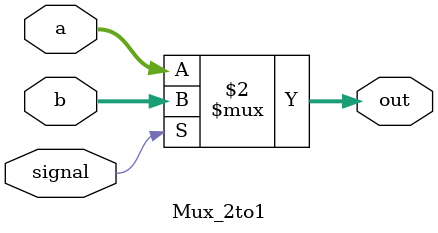
<source format=v>
`timescale 1ns / 1ps


module Mux_2to1(
    input signal,
    input [31: 0] a, b,

    output [31: 0] out
);

assign out = (signal == 0) ? a : b;

endmodule

</source>
